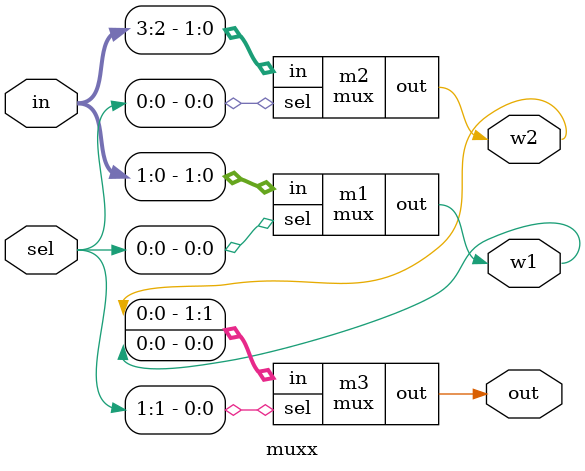
<source format=v>
`timescale 1ns / 1ps

module mux(
    input [1:0] in,
    input sel,
    output reg out 
    );
    
    always @(*)
    begin
        case(sel)
            1'b0: out=in[0];
            1'b1: out=in[1];
        endcase
    end
endmodule

module muxx(
    output out,
    input [3:0]in,
    input [1:0]sel,
    output w1,w2
    );
    
    mux m1(.out(w1),.in(in[1:0]),.sel(sel[0]));
    mux m2(.out(w2),.in(in[3:2]),.sel(sel[0]));
    mux m3(.out(out),.in({w2,w1}),.sel(sel[1]));
    
endmodule

</source>
